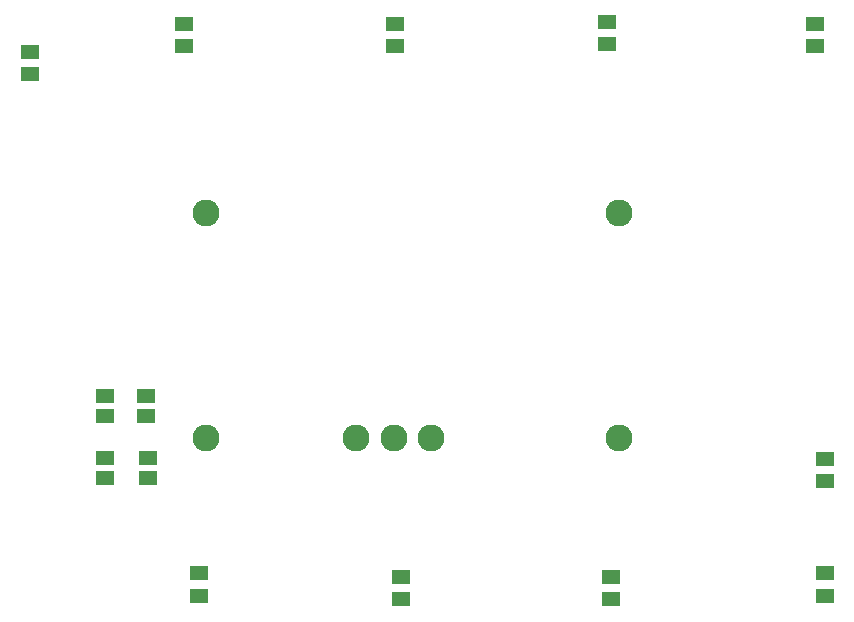
<source format=gtp>
G75*
%MOIN*%
%OFA0B0*%
%FSLAX24Y24*%
%IPPOS*%
%LPD*%
%AMOC8*
5,1,8,0,0,1.08239X$1,22.5*
%
%ADD10R,0.0630X0.0512*%
%ADD11C,0.0900*%
%ADD12R,0.0591X0.0512*%
D10*
X006333Y023709D03*
X006333Y024457D03*
X032833Y010895D03*
X032833Y010147D03*
D11*
X025958Y011583D03*
X019708Y011583D03*
X018458Y011583D03*
X017208Y011583D03*
X012208Y011583D03*
X012208Y019083D03*
X025958Y019083D03*
D12*
X011958Y006334D03*
X011958Y007082D03*
X010271Y010248D03*
X010271Y010918D03*
X010208Y012311D03*
X010208Y012980D03*
X008833Y012980D03*
X008833Y012311D03*
X008833Y010918D03*
X008833Y010248D03*
X018708Y006957D03*
X018708Y006209D03*
X025708Y006209D03*
X025708Y006957D03*
X032833Y007082D03*
X032833Y006334D03*
X032521Y024647D03*
X032521Y025395D03*
X025583Y025457D03*
X025583Y024709D03*
X018521Y024647D03*
X018521Y025395D03*
X011458Y025395D03*
X011458Y024647D03*
M02*

</source>
